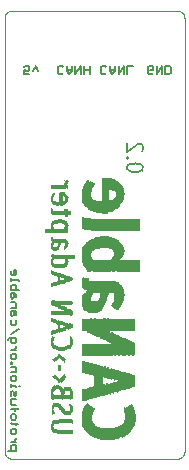
<source format=gbo>
G75*
%MOIN*%
%OFA0B0*%
%FSLAX25Y25*%
%IPPOS*%
%LPD*%
%AMOC8*
5,1,8,0,0,1.08239X$1,22.5*
%
%ADD10C,0.00000*%
%ADD11C,0.00500*%
%ADD12R,0.00286X0.01140*%
%ADD13R,0.00285X0.01140*%
%ADD14R,0.00286X0.02280*%
%ADD15R,0.00286X0.03140*%
%ADD16R,0.00286X0.02570*%
%ADD17R,0.00286X0.01430*%
%ADD18R,0.00286X0.01420*%
%ADD19R,0.00286X0.01710*%
%ADD20R,0.00286X0.00860*%
%ADD21R,0.00286X0.02000*%
%ADD22R,0.00286X0.02860*%
%ADD23R,0.00286X0.03720*%
%ADD24R,0.00286X0.03430*%
%ADD25R,0.00286X0.02570*%
%ADD26R,0.00286X0.01150*%
%ADD27R,0.00286X0.03710*%
%ADD28R,0.00286X0.02290*%
%ADD29R,0.00285X0.03430*%
%ADD30R,0.00285X0.04000*%
%ADD31R,0.00285X0.00290*%
%ADD32R,0.00285X0.00280*%
%ADD33R,0.00285X0.03720*%
%ADD34R,0.00285X0.01430*%
%ADD35R,0.00285X0.01720*%
%ADD36R,0.00285X0.04290*%
%ADD37R,0.00285X0.02000*%
%ADD38R,0.00286X0.01720*%
%ADD39R,0.00286X0.00580*%
%ADD40R,0.00286X0.00280*%
%ADD41R,0.00286X0.01140*%
%ADD42R,0.00286X0.00570*%
%ADD43R,0.00285X0.01420*%
%ADD44R,0.00285X0.01150*%
%ADD45R,0.00286X0.04000*%
%ADD46R,0.00286X0.04290*%
%ADD47R,0.00285X0.02290*%
%ADD48R,0.00285X0.02570*%
%ADD49R,0.00285X0.01140*%
%ADD50R,0.00286X0.04570*%
%ADD51R,0.00285X0.02280*%
%ADD52R,0.00285X0.01710*%
%ADD53R,0.00285X0.04570*%
%ADD54R,0.00286X0.01720*%
%ADD55R,0.00286X0.02850*%
%ADD56R,0.00285X0.03140*%
%ADD57R,0.00285X0.02860*%
%ADD58R,0.00286X0.00570*%
%ADD59R,0.00286X0.00850*%
%ADD60R,0.00286X0.03420*%
%ADD61R,0.00285X0.05430*%
%ADD62R,0.00285X0.03710*%
%ADD63R,0.00285X0.05140*%
%ADD64R,0.00285X0.04860*%
%ADD65R,0.00286X0.06850*%
%ADD66R,0.00286X0.05140*%
%ADD67R,0.00286X0.06570*%
%ADD68R,0.00286X0.06280*%
%ADD69R,0.00286X0.08000*%
%ADD70R,0.00286X0.05710*%
%ADD71R,0.00286X0.07430*%
%ADD72R,0.00286X0.07150*%
%ADD73R,0.00285X0.08860*%
%ADD74R,0.00285X0.06290*%
%ADD75R,0.00285X0.08000*%
%ADD76R,0.00285X0.07710*%
%ADD77R,0.00286X0.09430*%
%ADD78R,0.00286X0.04280*%
%ADD79R,0.00286X0.09150*%
%ADD80R,0.00286X0.08570*%
%ADD81R,0.00286X0.09710*%
%ADD82R,0.00286X0.04570*%
%ADD83R,0.00286X0.11150*%
%ADD84R,0.00286X0.09720*%
%ADD85R,0.00286X0.03720*%
%ADD86R,0.00286X0.09140*%
%ADD87R,0.00286X0.10000*%
%ADD88R,0.00285X0.10000*%
%ADD89R,0.00285X0.04280*%
%ADD90R,0.00285X0.10570*%
%ADD91R,0.00285X0.10290*%
%ADD92R,0.00285X0.09720*%
%ADD93R,0.00286X0.04860*%
%ADD94R,0.00286X0.10570*%
%ADD95R,0.00285X0.03150*%
%ADD96R,0.00286X0.05430*%
%ADD97R,0.00286X0.04580*%
%ADD98R,0.00286X0.11430*%
%ADD99R,0.00286X0.05720*%
%ADD100R,0.00285X0.11430*%
%ADD101R,0.00285X0.05720*%
%ADD102R,0.00286X0.06000*%
%ADD103R,0.00285X0.10860*%
%ADD104R,0.00285X0.06000*%
%ADD105R,0.00286X0.10860*%
%ADD106R,0.00286X0.06290*%
%ADD107R,0.00286X0.10280*%
%ADD108R,0.00286X0.06570*%
%ADD109R,0.00285X0.10280*%
%ADD110R,0.00285X0.06570*%
%ADD111R,0.00285X0.05710*%
%ADD112R,0.00286X0.06860*%
%ADD113R,0.00286X0.11720*%
%ADD114R,0.00285X0.07140*%
%ADD115R,0.00285X0.11720*%
%ADD116R,0.00286X0.07140*%
%ADD117R,0.00285X0.07430*%
%ADD118R,0.00286X0.07720*%
%ADD119R,0.00285X0.03420*%
%ADD120R,0.00286X0.07720*%
%ADD121R,0.00286X0.05150*%
%ADD122R,0.00285X0.07150*%
%ADD123R,0.00285X0.09430*%
%ADD124R,0.00286X0.09420*%
%ADD125R,0.00286X0.08850*%
%ADD126R,0.00285X0.06860*%
%ADD127R,0.00285X0.06570*%
%ADD128R,0.00285X0.08290*%
%ADD129R,0.00286X0.07710*%
%ADD130R,0.00285X0.06280*%
%ADD131R,0.00286X0.05720*%
%ADD132R,0.00285X0.05720*%
%ADD133R,0.00285X0.09140*%
%ADD134R,0.00285X0.03140*%
%ADD135R,0.00286X0.09140*%
%ADD136R,0.00286X0.08860*%
%ADD137R,0.00286X0.04850*%
%ADD138R,0.00285X0.00570*%
%ADD139R,0.00285X0.00570*%
%ADD140R,0.00285X0.00860*%
%ADD141R,0.00286X0.08570*%
%ADD142R,0.00285X0.00850*%
%ADD143R,0.00285X0.02570*%
D10*
X0035095Y0032058D02*
X0035095Y0176433D01*
X0035097Y0176531D01*
X0035103Y0176629D01*
X0035112Y0176727D01*
X0035126Y0176824D01*
X0035143Y0176921D01*
X0035164Y0177017D01*
X0035189Y0177112D01*
X0035217Y0177206D01*
X0035250Y0177298D01*
X0035285Y0177390D01*
X0035325Y0177480D01*
X0035367Y0177568D01*
X0035414Y0177655D01*
X0035463Y0177739D01*
X0035516Y0177822D01*
X0035572Y0177902D01*
X0035632Y0177981D01*
X0035694Y0178057D01*
X0035759Y0178130D01*
X0035827Y0178201D01*
X0035898Y0178269D01*
X0035971Y0178334D01*
X0036047Y0178396D01*
X0036126Y0178456D01*
X0036206Y0178512D01*
X0036289Y0178565D01*
X0036373Y0178614D01*
X0036460Y0178661D01*
X0036548Y0178703D01*
X0036638Y0178743D01*
X0036730Y0178778D01*
X0036822Y0178811D01*
X0036916Y0178839D01*
X0037011Y0178864D01*
X0037107Y0178885D01*
X0037204Y0178902D01*
X0037301Y0178916D01*
X0037399Y0178925D01*
X0037497Y0178931D01*
X0037595Y0178933D01*
X0092595Y0178933D01*
X0092693Y0178931D01*
X0092791Y0178925D01*
X0092889Y0178916D01*
X0092986Y0178902D01*
X0093083Y0178885D01*
X0093179Y0178864D01*
X0093274Y0178839D01*
X0093368Y0178811D01*
X0093460Y0178778D01*
X0093552Y0178743D01*
X0093642Y0178703D01*
X0093730Y0178661D01*
X0093817Y0178614D01*
X0093901Y0178565D01*
X0093984Y0178512D01*
X0094064Y0178456D01*
X0094143Y0178396D01*
X0094219Y0178334D01*
X0094292Y0178269D01*
X0094363Y0178201D01*
X0094431Y0178130D01*
X0094496Y0178057D01*
X0094558Y0177981D01*
X0094618Y0177902D01*
X0094674Y0177822D01*
X0094727Y0177739D01*
X0094776Y0177655D01*
X0094823Y0177568D01*
X0094865Y0177480D01*
X0094905Y0177390D01*
X0094940Y0177298D01*
X0094973Y0177206D01*
X0095001Y0177112D01*
X0095026Y0177017D01*
X0095047Y0176921D01*
X0095064Y0176824D01*
X0095078Y0176727D01*
X0095087Y0176629D01*
X0095093Y0176531D01*
X0095095Y0176433D01*
X0095095Y0032058D01*
X0095093Y0031960D01*
X0095087Y0031862D01*
X0095078Y0031764D01*
X0095064Y0031667D01*
X0095047Y0031570D01*
X0095026Y0031474D01*
X0095001Y0031379D01*
X0094973Y0031285D01*
X0094940Y0031193D01*
X0094905Y0031101D01*
X0094865Y0031011D01*
X0094823Y0030923D01*
X0094776Y0030836D01*
X0094727Y0030752D01*
X0094674Y0030669D01*
X0094618Y0030589D01*
X0094558Y0030510D01*
X0094496Y0030434D01*
X0094431Y0030361D01*
X0094363Y0030290D01*
X0094292Y0030222D01*
X0094219Y0030157D01*
X0094143Y0030095D01*
X0094064Y0030035D01*
X0093984Y0029979D01*
X0093901Y0029926D01*
X0093817Y0029877D01*
X0093730Y0029830D01*
X0093642Y0029788D01*
X0093552Y0029748D01*
X0093460Y0029713D01*
X0093368Y0029680D01*
X0093274Y0029652D01*
X0093179Y0029627D01*
X0093083Y0029606D01*
X0092986Y0029589D01*
X0092889Y0029575D01*
X0092791Y0029566D01*
X0092693Y0029560D01*
X0092595Y0029558D01*
X0037595Y0029558D01*
X0037497Y0029560D01*
X0037399Y0029566D01*
X0037301Y0029575D01*
X0037204Y0029589D01*
X0037107Y0029606D01*
X0037011Y0029627D01*
X0036916Y0029652D01*
X0036822Y0029680D01*
X0036730Y0029713D01*
X0036638Y0029748D01*
X0036548Y0029788D01*
X0036460Y0029830D01*
X0036373Y0029877D01*
X0036289Y0029926D01*
X0036206Y0029979D01*
X0036126Y0030035D01*
X0036047Y0030095D01*
X0035971Y0030157D01*
X0035898Y0030222D01*
X0035827Y0030290D01*
X0035759Y0030361D01*
X0035694Y0030434D01*
X0035632Y0030510D01*
X0035572Y0030589D01*
X0035516Y0030669D01*
X0035463Y0030752D01*
X0035414Y0030836D01*
X0035367Y0030923D01*
X0035325Y0031011D01*
X0035285Y0031101D01*
X0035250Y0031193D01*
X0035217Y0031285D01*
X0035189Y0031379D01*
X0035164Y0031474D01*
X0035143Y0031570D01*
X0035126Y0031667D01*
X0035112Y0031764D01*
X0035103Y0031862D01*
X0035097Y0031960D01*
X0035095Y0032058D01*
D11*
X0036319Y0032308D02*
X0039022Y0032308D01*
X0039022Y0033659D01*
X0038571Y0034110D01*
X0037671Y0034110D01*
X0037220Y0033659D01*
X0037220Y0032308D01*
X0037220Y0035255D02*
X0039022Y0035255D01*
X0039022Y0036155D02*
X0038121Y0035255D01*
X0039022Y0036155D02*
X0039022Y0036606D01*
X0038571Y0037710D02*
X0037671Y0037710D01*
X0037220Y0038160D01*
X0037220Y0039061D01*
X0037671Y0039512D01*
X0038571Y0039512D01*
X0039022Y0039061D01*
X0039022Y0038160D01*
X0038571Y0037710D01*
X0039022Y0040657D02*
X0039022Y0041557D01*
X0039472Y0041107D02*
X0037671Y0041107D01*
X0037220Y0041557D01*
X0037671Y0042621D02*
X0037220Y0043071D01*
X0037220Y0043972D01*
X0037671Y0044422D01*
X0038571Y0044422D01*
X0039022Y0043972D01*
X0039022Y0043071D01*
X0038571Y0042621D01*
X0037671Y0042621D01*
X0038571Y0045567D02*
X0038571Y0046468D01*
X0039472Y0046018D02*
X0037220Y0046018D01*
X0037671Y0047532D02*
X0037220Y0047982D01*
X0037220Y0049333D01*
X0039022Y0049333D01*
X0038571Y0050478D02*
X0039022Y0050929D01*
X0039022Y0052280D01*
X0038121Y0051829D02*
X0038121Y0050929D01*
X0038571Y0050478D01*
X0037220Y0050478D02*
X0037220Y0051829D01*
X0037671Y0052280D01*
X0038121Y0051829D01*
X0039022Y0053425D02*
X0039022Y0053875D01*
X0037220Y0053875D01*
X0037220Y0053425D02*
X0037220Y0054326D01*
X0037671Y0055389D02*
X0037220Y0055840D01*
X0037220Y0056740D01*
X0037671Y0057191D01*
X0038571Y0057191D01*
X0039022Y0056740D01*
X0039022Y0055840D01*
X0038571Y0055389D01*
X0037671Y0055389D01*
X0039922Y0053875D02*
X0040373Y0053875D01*
X0039022Y0058336D02*
X0037220Y0058336D01*
X0037220Y0060137D02*
X0038571Y0060137D01*
X0039022Y0059687D01*
X0039022Y0058336D01*
X0037671Y0061282D02*
X0037671Y0061733D01*
X0037220Y0061733D01*
X0037220Y0061282D01*
X0037671Y0061282D01*
X0037671Y0062755D02*
X0037220Y0063206D01*
X0037220Y0064107D01*
X0037671Y0064557D01*
X0038571Y0064557D01*
X0039022Y0064107D01*
X0039022Y0063206D01*
X0038571Y0062755D01*
X0037671Y0062755D01*
X0038121Y0065702D02*
X0039022Y0066603D01*
X0039022Y0067053D01*
X0038571Y0068157D02*
X0037671Y0068157D01*
X0037220Y0068608D01*
X0037220Y0069959D01*
X0036770Y0069959D02*
X0039022Y0069959D01*
X0039022Y0068608D01*
X0038571Y0068157D01*
X0037220Y0071104D02*
X0039922Y0072905D01*
X0038571Y0074050D02*
X0039022Y0074501D01*
X0039022Y0075852D01*
X0039022Y0077447D02*
X0039022Y0078348D01*
X0038571Y0078798D01*
X0037220Y0078798D01*
X0037220Y0077447D01*
X0037671Y0076997D01*
X0038121Y0077447D01*
X0038121Y0078798D01*
X0039022Y0079943D02*
X0039022Y0081295D01*
X0038571Y0081745D01*
X0037220Y0081745D01*
X0037671Y0082890D02*
X0038121Y0083340D01*
X0038121Y0084691D01*
X0038571Y0084691D02*
X0037220Y0084691D01*
X0037220Y0083340D01*
X0037671Y0082890D01*
X0039022Y0083340D02*
X0039022Y0084241D01*
X0038571Y0084691D01*
X0039022Y0085836D02*
X0039022Y0087188D01*
X0038571Y0087638D01*
X0037671Y0087638D01*
X0037220Y0087188D01*
X0037220Y0085836D01*
X0039922Y0085836D01*
X0039922Y0088783D02*
X0039922Y0089233D01*
X0037220Y0089233D01*
X0037220Y0088783D02*
X0037220Y0089684D01*
X0037671Y0090747D02*
X0038571Y0090747D01*
X0039022Y0091198D01*
X0039022Y0092098D01*
X0038571Y0092549D01*
X0038121Y0092549D01*
X0038121Y0090747D01*
X0037671Y0090747D02*
X0037220Y0091198D01*
X0037220Y0092098D01*
X0037220Y0079943D02*
X0039022Y0079943D01*
X0037220Y0075852D02*
X0037220Y0074501D01*
X0037671Y0074050D01*
X0038571Y0074050D01*
X0036770Y0069959D02*
X0036319Y0069509D01*
X0036319Y0069058D01*
X0037220Y0065702D02*
X0039022Y0065702D01*
X0039022Y0047532D02*
X0037671Y0047532D01*
X0039472Y0046018D02*
X0039922Y0046468D01*
X0041595Y0157856D02*
X0041595Y0159207D01*
X0042496Y0158757D01*
X0042946Y0158757D01*
X0043397Y0159207D01*
X0043397Y0160108D01*
X0042946Y0160558D01*
X0042046Y0160558D01*
X0041595Y0160108D01*
X0041595Y0157856D02*
X0043397Y0157856D01*
X0044542Y0158757D02*
X0045442Y0160558D01*
X0046343Y0158757D01*
X0052845Y0158306D02*
X0052845Y0160108D01*
X0053296Y0160558D01*
X0054196Y0160558D01*
X0054647Y0160108D01*
X0055792Y0160558D02*
X0055792Y0158757D01*
X0056692Y0157856D01*
X0057593Y0158757D01*
X0057593Y0160558D01*
X0058738Y0160558D02*
X0058738Y0157856D01*
X0060540Y0160558D01*
X0060540Y0157856D01*
X0061685Y0157856D02*
X0061685Y0160558D01*
X0061685Y0159207D02*
X0063486Y0159207D01*
X0063486Y0157856D02*
X0063486Y0160558D01*
X0067220Y0160108D02*
X0067220Y0158306D01*
X0067671Y0157856D01*
X0068571Y0157856D01*
X0069022Y0158306D01*
X0070167Y0158757D02*
X0071067Y0157856D01*
X0071968Y0158757D01*
X0071968Y0160558D01*
X0073113Y0160558D02*
X0073113Y0157856D01*
X0074915Y0160558D01*
X0074915Y0157856D01*
X0076060Y0157856D02*
X0076060Y0160558D01*
X0077861Y0160558D01*
X0082845Y0160108D02*
X0082845Y0158306D01*
X0083296Y0157856D01*
X0084196Y0157856D01*
X0084647Y0158306D01*
X0084647Y0159207D02*
X0083746Y0159207D01*
X0084647Y0159207D02*
X0084647Y0160108D01*
X0084196Y0160558D01*
X0083296Y0160558D01*
X0082845Y0160108D01*
X0085792Y0160558D02*
X0085792Y0157856D01*
X0087593Y0160558D01*
X0087593Y0157856D01*
X0088738Y0157856D02*
X0090089Y0157856D01*
X0090540Y0158306D01*
X0090540Y0160108D01*
X0090089Y0160558D01*
X0088738Y0160558D01*
X0088738Y0157856D01*
X0071968Y0159207D02*
X0070167Y0159207D01*
X0070167Y0158757D02*
X0070167Y0160558D01*
X0069022Y0160108D02*
X0068571Y0160558D01*
X0067671Y0160558D01*
X0067220Y0160108D01*
X0057593Y0159207D02*
X0055792Y0159207D01*
X0054647Y0158306D02*
X0054196Y0157856D01*
X0053296Y0157856D01*
X0052845Y0158306D01*
D12*
X0052845Y0120238D03*
X0052559Y0120238D03*
X0051988Y0120238D03*
X0051702Y0120238D03*
X0051131Y0120238D03*
X0050845Y0120238D03*
X0051702Y0117378D03*
X0053131Y0120238D03*
X0053702Y0120238D03*
X0053988Y0120238D03*
X0054559Y0120238D03*
X0054845Y0120238D03*
X0054845Y0117668D03*
X0055131Y0117668D03*
X0055131Y0111378D03*
X0054845Y0111378D03*
X0054559Y0111378D03*
X0053988Y0111378D03*
X0053702Y0111378D03*
X0053131Y0111378D03*
X0052845Y0111378D03*
X0052559Y0111378D03*
X0051988Y0111378D03*
X0051702Y0111378D03*
X0050845Y0105378D03*
X0050559Y0105378D03*
X0049988Y0105378D03*
X0049702Y0105378D03*
X0049131Y0105378D03*
X0048845Y0105378D03*
X0052559Y0105378D03*
X0052845Y0105378D03*
X0053131Y0105378D03*
X0053702Y0105378D03*
X0053988Y0105378D03*
X0054559Y0105378D03*
X0054845Y0105378D03*
X0054845Y0102238D03*
X0054559Y0102238D03*
X0055131Y0102238D03*
X0053131Y0102238D03*
X0052845Y0102238D03*
X0052559Y0102238D03*
X0052559Y0099378D03*
X0051988Y0099378D03*
X0052559Y0093668D03*
X0052845Y0093668D03*
X0053131Y0093668D03*
X0053702Y0093668D03*
X0053988Y0093668D03*
X0054559Y0093668D03*
X0055131Y0093948D03*
X0055131Y0090238D03*
X0055702Y0090238D03*
X0052559Y0087948D03*
X0051988Y0087668D03*
X0051702Y0087668D03*
X0051131Y0087378D03*
X0050845Y0087378D03*
X0051702Y0091378D03*
X0050845Y0091668D03*
X0054845Y0079668D03*
X0055131Y0079668D03*
X0057988Y0078238D03*
X0055702Y0074238D03*
X0057702Y0073668D03*
X0057988Y0073668D03*
X0055131Y0066238D03*
X0054845Y0066238D03*
X0054559Y0066238D03*
X0053988Y0066238D03*
X0053702Y0066238D03*
X0053131Y0066238D03*
X0051702Y0069378D03*
X0051988Y0075378D03*
X0051131Y0075668D03*
X0052559Y0053378D03*
X0052845Y0053378D03*
X0053131Y0053378D03*
X0051988Y0047378D03*
X0052559Y0041948D03*
X0052845Y0041948D03*
X0053131Y0041948D03*
X0057988Y0041948D03*
X0064845Y0045948D03*
X0057131Y0111378D03*
X0056845Y0111378D03*
X0056559Y0111378D03*
X0081131Y0125948D03*
D13*
X0076274Y0129948D03*
X0056274Y0120238D03*
X0054274Y0120238D03*
X0053417Y0120238D03*
X0052274Y0120238D03*
X0051417Y0120238D03*
X0052274Y0111378D03*
X0053417Y0111378D03*
X0054274Y0111378D03*
X0054274Y0105378D03*
X0053417Y0105378D03*
X0050274Y0105378D03*
X0049417Y0105378D03*
X0052274Y0099378D03*
X0053417Y0093668D03*
X0054274Y0093668D03*
X0055417Y0090238D03*
X0054274Y0079948D03*
X0052274Y0075378D03*
X0051417Y0075668D03*
X0052274Y0071948D03*
X0051417Y0071668D03*
X0053417Y0066238D03*
X0054274Y0066238D03*
X0055417Y0066238D03*
X0055417Y0062238D03*
X0053417Y0053378D03*
X0053417Y0041948D03*
X0056274Y0105378D03*
D14*
X0055988Y0089378D03*
X0071702Y0080808D03*
X0050845Y0040238D03*
D15*
X0051131Y0040378D03*
X0050845Y0051238D03*
X0061131Y0117238D03*
X0075988Y0133238D03*
D16*
X0051131Y0100383D03*
X0061131Y0082093D03*
X0050845Y0068383D03*
X0064559Y0045523D03*
D17*
X0057702Y0042093D03*
X0057131Y0042093D03*
X0056845Y0042093D03*
X0056559Y0042093D03*
X0055988Y0042093D03*
X0055702Y0042093D03*
X0055131Y0042093D03*
X0054845Y0042093D03*
X0054559Y0042093D03*
X0053988Y0042093D03*
X0053702Y0042093D03*
X0055988Y0044663D03*
X0056559Y0044663D03*
X0057131Y0047233D03*
X0056845Y0050093D03*
X0056559Y0050093D03*
X0055988Y0050093D03*
X0055702Y0050093D03*
X0055131Y0050093D03*
X0053988Y0050093D03*
X0053702Y0050093D03*
X0053131Y0050093D03*
X0052845Y0050093D03*
X0052559Y0050093D03*
X0051988Y0050093D03*
X0052559Y0047523D03*
X0052845Y0047523D03*
X0053131Y0047523D03*
X0053702Y0053233D03*
X0053702Y0055523D03*
X0052845Y0056093D03*
X0052559Y0056383D03*
X0051988Y0056953D03*
X0051988Y0062383D03*
X0052559Y0062953D03*
X0052845Y0063233D03*
X0053131Y0063523D03*
X0053988Y0063523D03*
X0054559Y0062953D03*
X0054845Y0062663D03*
X0055131Y0062383D03*
X0055702Y0066383D03*
X0055988Y0066383D03*
X0056559Y0066663D03*
X0056845Y0066953D03*
X0052845Y0066383D03*
X0052559Y0066383D03*
X0051988Y0066663D03*
X0051131Y0071523D03*
X0050845Y0071523D03*
X0052559Y0072093D03*
X0052845Y0072093D03*
X0052845Y0074953D03*
X0052559Y0075233D03*
X0051702Y0075523D03*
X0051702Y0078093D03*
X0051988Y0078093D03*
X0052559Y0078093D03*
X0052845Y0078093D03*
X0053131Y0078093D03*
X0053702Y0078093D03*
X0053988Y0078093D03*
X0054559Y0078093D03*
X0054845Y0078093D03*
X0055131Y0078093D03*
X0054559Y0074663D03*
X0051131Y0078093D03*
X0050845Y0078093D03*
X0050845Y0081523D03*
X0051131Y0081523D03*
X0054559Y0081523D03*
X0054845Y0081523D03*
X0055131Y0081523D03*
X0055702Y0081523D03*
X0055988Y0081523D03*
X0056559Y0081523D03*
X0056845Y0081523D03*
X0057131Y0081523D03*
X0057702Y0081523D03*
X0053988Y0088383D03*
X0052845Y0088093D03*
X0053988Y0090663D03*
X0052845Y0090953D03*
X0051988Y0091233D03*
X0051131Y0091523D03*
X0051702Y0094093D03*
X0051988Y0096663D03*
X0051702Y0099523D03*
X0051988Y0102093D03*
X0051131Y0102663D03*
X0050845Y0102953D03*
X0051988Y0105523D03*
X0051702Y0108093D03*
X0051988Y0108383D03*
X0053131Y0108663D03*
X0053702Y0108663D03*
X0053988Y0108663D03*
X0055131Y0108383D03*
X0055131Y0105523D03*
X0054845Y0114663D03*
X0051702Y0114953D03*
X0055131Y0120383D03*
X0057131Y0089523D03*
X0057702Y0089523D03*
X0056559Y0052953D03*
X0056845Y0052663D03*
X0055988Y0052953D03*
X0051988Y0038953D03*
X0052559Y0038663D03*
X0081702Y0133233D03*
D18*
X0054845Y0093808D03*
X0051988Y0093808D03*
X0052845Y0099808D03*
X0054559Y0079808D03*
X0050845Y0075808D03*
X0051702Y0071808D03*
X0051988Y0071808D03*
X0053702Y0063808D03*
X0053988Y0055808D03*
X0053131Y0055808D03*
X0051988Y0041808D03*
D19*
X0051702Y0039093D03*
X0051702Y0047093D03*
X0051988Y0053093D03*
X0054845Y0056523D03*
X0051702Y0067093D03*
X0056845Y0073663D03*
X0057131Y0073663D03*
X0050845Y0095093D03*
X0051702Y0101953D03*
X0051702Y0105663D03*
X0057131Y0045093D03*
D20*
X0051702Y0056948D03*
X0051702Y0062378D03*
X0071131Y0080378D03*
X0075131Y0098668D03*
X0075131Y0117808D03*
X0076559Y0125808D03*
X0076559Y0129808D03*
X0075988Y0129808D03*
X0076845Y0132378D03*
X0077131Y0132378D03*
X0077702Y0132948D03*
X0077988Y0133238D03*
X0078845Y0133808D03*
X0079702Y0134378D03*
X0079988Y0134378D03*
X0080559Y0134378D03*
X0080845Y0134378D03*
X0081131Y0127238D03*
X0081702Y0126668D03*
X0079988Y0125238D03*
X0050845Y0097238D03*
D21*
X0051702Y0096668D03*
X0053131Y0100098D03*
X0053988Y0101808D03*
X0050845Y0100378D03*
X0050845Y0107238D03*
X0050845Y0112098D03*
X0050845Y0116098D03*
X0064559Y0120668D03*
X0056559Y0089518D03*
X0061131Y0088098D03*
X0057131Y0078378D03*
X0056845Y0078378D03*
X0056559Y0073518D03*
X0052559Y0081238D03*
X0051702Y0052668D03*
X0053988Y0052668D03*
X0053702Y0046948D03*
X0053988Y0046668D03*
X0054845Y0045518D03*
X0055131Y0045238D03*
X0057988Y0046098D03*
D22*
X0057702Y0046238D03*
X0051131Y0045948D03*
X0053988Y0080808D03*
X0053702Y0101378D03*
X0055702Y0111378D03*
X0055988Y0111378D03*
X0055988Y0116238D03*
X0051131Y0116238D03*
X0074845Y0098808D03*
D23*
X0066559Y0080378D03*
X0068559Y0058378D03*
X0068845Y0058378D03*
X0071702Y0053238D03*
X0068559Y0052378D03*
X0054559Y0051238D03*
X0051131Y0051238D03*
X0070559Y0121238D03*
X0070845Y0121238D03*
D24*
X0071131Y0121093D03*
X0061131Y0097383D03*
X0055702Y0101093D03*
X0055702Y0116233D03*
X0057702Y0068523D03*
X0051131Y0068523D03*
X0054845Y0051093D03*
X0057702Y0051093D03*
X0068845Y0052523D03*
X0070845Y0053093D03*
X0071131Y0053093D03*
X0071988Y0053383D03*
X0072559Y0053383D03*
X0072559Y0057383D03*
X0072845Y0057383D03*
X0071702Y0057663D03*
X0071131Y0057663D03*
X0070559Y0057953D03*
X0069131Y0058233D03*
X0070559Y0069953D03*
D25*
X0057988Y0050663D03*
X0055988Y0078663D03*
X0055702Y0078663D03*
X0053702Y0080953D03*
X0051131Y0094953D03*
X0055702Y0120953D03*
D26*
X0053131Y0114523D03*
X0052845Y0114523D03*
X0052559Y0114523D03*
X0052559Y0108523D03*
X0052845Y0108523D03*
X0054559Y0108523D03*
X0054845Y0108523D03*
X0051131Y0097093D03*
X0052559Y0091093D03*
X0054559Y0090523D03*
X0054845Y0090523D03*
X0054845Y0088523D03*
X0054559Y0088523D03*
X0055131Y0088523D03*
X0055131Y0074523D03*
X0054845Y0074523D03*
X0054559Y0072523D03*
X0053988Y0072523D03*
X0051702Y0045093D03*
X0052845Y0038523D03*
X0053131Y0038523D03*
X0053702Y0038523D03*
X0053988Y0038523D03*
X0054559Y0038523D03*
X0054845Y0038523D03*
X0055131Y0038523D03*
X0055702Y0038523D03*
X0055988Y0038523D03*
X0056559Y0038523D03*
X0056845Y0038523D03*
X0057131Y0038523D03*
X0057702Y0038523D03*
X0057988Y0038523D03*
X0075988Y0126523D03*
D27*
X0071702Y0120953D03*
X0071988Y0120663D03*
X0066559Y0113523D03*
X0065988Y0113523D03*
X0064559Y0107523D03*
X0061702Y0108093D03*
X0055988Y0106663D03*
X0051131Y0106663D03*
X0055702Y0095523D03*
X0055988Y0095523D03*
X0053702Y0089523D03*
X0061702Y0088093D03*
X0065702Y0086953D03*
X0065988Y0086953D03*
X0066559Y0086953D03*
X0066845Y0086953D03*
X0067131Y0086953D03*
X0070559Y0086953D03*
X0070845Y0086953D03*
X0071131Y0086953D03*
X0071988Y0081523D03*
X0065988Y0080093D03*
X0065702Y0080093D03*
X0065131Y0080093D03*
X0064845Y0080093D03*
X0064559Y0080093D03*
X0057131Y0068093D03*
X0053702Y0073523D03*
X0069702Y0058093D03*
X0069988Y0058093D03*
X0071988Y0057523D03*
X0072845Y0053523D03*
X0070559Y0052953D03*
X0069702Y0052663D03*
X0069131Y0052663D03*
X0078559Y0074093D03*
X0066845Y0101523D03*
D28*
X0056559Y0078523D03*
X0053131Y0081093D03*
X0052845Y0081093D03*
X0055988Y0073663D03*
X0057988Y0068523D03*
X0053988Y0059663D03*
X0053702Y0059663D03*
X0054559Y0045953D03*
X0051131Y0111953D03*
D29*
X0051417Y0116233D03*
X0053417Y0101093D03*
X0061417Y0088233D03*
X0068274Y0058523D03*
X0069417Y0058233D03*
X0070274Y0057953D03*
X0071417Y0057663D03*
X0072274Y0057383D03*
X0072274Y0053383D03*
X0071417Y0053093D03*
X0057417Y0046233D03*
X0051417Y0045953D03*
X0051417Y0040233D03*
D30*
X0051417Y0051378D03*
X0054274Y0051378D03*
X0062274Y0059948D03*
X0063417Y0059668D03*
X0064274Y0059378D03*
X0064274Y0065948D03*
X0063417Y0065948D03*
X0062274Y0065948D03*
X0061417Y0065948D03*
X0065417Y0065948D03*
X0066274Y0065948D03*
X0067417Y0065948D03*
X0068274Y0065948D03*
X0069417Y0065948D03*
X0070274Y0065948D03*
X0078274Y0055378D03*
X0070274Y0037668D03*
X0069417Y0037668D03*
X0067417Y0037948D03*
X0066274Y0038238D03*
X0053417Y0073668D03*
X0053417Y0089378D03*
X0051417Y0101098D03*
X0051417Y0106808D03*
X0062274Y0107948D03*
X0063417Y0107668D03*
X0065417Y0107378D03*
X0066274Y0107378D03*
X0067417Y0107378D03*
X0068274Y0107378D03*
X0069417Y0107378D03*
X0070274Y0107378D03*
X0071417Y0107378D03*
X0072274Y0107378D03*
X0073417Y0107378D03*
X0074274Y0107378D03*
X0075417Y0107378D03*
X0076274Y0107378D03*
X0077417Y0107378D03*
X0078274Y0107378D03*
X0079417Y0107378D03*
X0080274Y0107378D03*
X0080274Y0093948D03*
X0079417Y0093948D03*
X0078274Y0093948D03*
X0077417Y0093948D03*
X0076274Y0093948D03*
X0075417Y0093948D03*
X0074274Y0093948D03*
X0070274Y0093948D03*
X0069417Y0093948D03*
X0068274Y0093948D03*
X0067417Y0093948D03*
X0066274Y0093948D03*
X0065417Y0093948D03*
X0062274Y0087948D03*
X0065417Y0086808D03*
X0064274Y0080238D03*
X0065417Y0101098D03*
X0066274Y0101378D03*
X0067417Y0101668D03*
X0068274Y0101668D03*
X0069417Y0101668D03*
X0067417Y0113378D03*
X0065417Y0113668D03*
X0070274Y0113668D03*
X0071417Y0113948D03*
X0072274Y0120518D03*
D31*
X0055417Y0122093D03*
X0051417Y0056953D03*
D32*
X0051417Y0062378D03*
D33*
X0051417Y0068378D03*
X0057417Y0068378D03*
X0057417Y0051238D03*
X0068274Y0052378D03*
X0070274Y0121238D03*
D34*
X0055417Y0117523D03*
X0055417Y0114953D03*
X0052274Y0114663D03*
X0053417Y0108663D03*
X0054274Y0108663D03*
X0055417Y0108093D03*
X0052274Y0105523D03*
X0052274Y0102093D03*
X0054274Y0102093D03*
X0055417Y0102093D03*
X0055417Y0096663D03*
X0055417Y0094093D03*
X0057417Y0089523D03*
X0054274Y0088383D03*
X0051417Y0087523D03*
X0052274Y0091233D03*
X0051417Y0091523D03*
X0052274Y0096663D03*
X0054274Y0081523D03*
X0055417Y0081523D03*
X0056274Y0081523D03*
X0057417Y0081523D03*
X0054274Y0078093D03*
X0053417Y0078093D03*
X0052274Y0078093D03*
X0051417Y0078093D03*
X0057417Y0073523D03*
X0056274Y0066663D03*
X0054274Y0063233D03*
X0052274Y0062663D03*
X0052274Y0066663D03*
X0052274Y0056663D03*
X0053417Y0055523D03*
X0052274Y0053233D03*
X0052274Y0050093D03*
X0053417Y0050093D03*
X0052274Y0047523D03*
X0053417Y0047233D03*
X0055417Y0044953D03*
X0056274Y0044663D03*
X0056274Y0042093D03*
X0055417Y0042093D03*
X0054274Y0042093D03*
X0052274Y0038663D03*
X0057417Y0042093D03*
X0056274Y0050093D03*
X0055417Y0050093D03*
X0056274Y0052953D03*
X0055417Y0056953D03*
X0071417Y0080663D03*
D35*
X0057417Y0078238D03*
X0051417Y0081378D03*
D36*
X0051417Y0095523D03*
X0061417Y0082093D03*
X0062274Y0074093D03*
X0071417Y0074093D03*
X0072274Y0074093D03*
X0073417Y0074093D03*
X0074274Y0074093D03*
X0075417Y0074093D03*
X0076274Y0074093D03*
X0077417Y0074093D03*
X0078274Y0074093D03*
X0064274Y0051523D03*
X0062274Y0050953D03*
X0061417Y0050663D03*
X0061417Y0060093D03*
X0065417Y0038663D03*
X0072274Y0038093D03*
X0074274Y0038663D03*
X0070274Y0101523D03*
X0072274Y0114663D03*
D37*
X0076274Y0126668D03*
X0056274Y0107238D03*
X0051417Y0111808D03*
X0056274Y0089518D03*
X0052274Y0081238D03*
D38*
X0051988Y0081378D03*
X0051702Y0081378D03*
X0056845Y0089378D03*
X0057702Y0078238D03*
X0054559Y0056238D03*
X0055131Y0052238D03*
X0051702Y0050238D03*
X0051702Y0041378D03*
D39*
X0051988Y0044808D03*
X0055702Y0056808D03*
D40*
X0055702Y0062378D03*
X0051988Y0069808D03*
X0056559Y0095238D03*
X0056559Y0101238D03*
X0056559Y0107238D03*
X0056559Y0116378D03*
X0056559Y0121808D03*
X0080845Y0131808D03*
X0070845Y0080378D03*
D41*
X0058559Y0096808D03*
X0057988Y0096808D03*
X0057702Y0096808D03*
X0057131Y0096808D03*
X0056845Y0096808D03*
X0056559Y0096808D03*
X0055131Y0096808D03*
X0054845Y0096808D03*
X0054559Y0096808D03*
X0053988Y0096808D03*
X0053702Y0096808D03*
X0053131Y0096808D03*
X0052845Y0096808D03*
X0052559Y0096808D03*
X0055702Y0088808D03*
X0053988Y0074808D03*
X0054845Y0072808D03*
X0055131Y0072808D03*
X0055702Y0072808D03*
X0055702Y0052808D03*
X0055702Y0044808D03*
X0056845Y0044808D03*
X0055131Y0114808D03*
X0051988Y0114808D03*
X0064845Y0120808D03*
D42*
X0076845Y0127663D03*
X0077131Y0127663D03*
X0077702Y0127953D03*
X0077988Y0127953D03*
X0078559Y0127953D03*
X0079131Y0127953D03*
X0079702Y0127953D03*
X0079988Y0127953D03*
X0080559Y0127663D03*
X0080845Y0125663D03*
X0055131Y0099663D03*
X0051988Y0117663D03*
X0075131Y0045953D03*
D43*
X0053417Y0063808D03*
X0052274Y0041808D03*
X0052274Y0087808D03*
X0052274Y0093808D03*
X0055417Y0099808D03*
X0056274Y0121808D03*
D44*
X0053417Y0114523D03*
X0052274Y0108523D03*
X0054274Y0090523D03*
X0055417Y0074523D03*
X0054274Y0072523D03*
X0054274Y0038523D03*
X0053417Y0038523D03*
X0055417Y0038523D03*
X0056274Y0038523D03*
X0057417Y0038523D03*
D45*
X0057131Y0051378D03*
X0061702Y0050808D03*
X0062845Y0051098D03*
X0063702Y0051378D03*
X0063988Y0051378D03*
X0064845Y0051668D03*
X0064559Y0059378D03*
X0063131Y0059668D03*
X0063131Y0065948D03*
X0062845Y0065948D03*
X0062559Y0065948D03*
X0061988Y0065948D03*
X0061702Y0065948D03*
X0063702Y0065948D03*
X0063988Y0065948D03*
X0064559Y0065948D03*
X0064845Y0065948D03*
X0065131Y0065948D03*
X0065702Y0065948D03*
X0065988Y0065948D03*
X0066559Y0065948D03*
X0066845Y0065948D03*
X0067131Y0065948D03*
X0067702Y0065948D03*
X0067988Y0065948D03*
X0068559Y0065948D03*
X0068845Y0065948D03*
X0069131Y0065948D03*
X0069702Y0065948D03*
X0069988Y0065948D03*
X0070559Y0065948D03*
X0078559Y0055378D03*
X0073131Y0038238D03*
X0071988Y0037948D03*
X0071702Y0037948D03*
X0070559Y0037668D03*
X0069988Y0037668D03*
X0069702Y0037668D03*
X0069131Y0037668D03*
X0068845Y0037668D03*
X0067988Y0037948D03*
X0067702Y0037948D03*
X0067131Y0037948D03*
X0066559Y0038238D03*
X0053131Y0073668D03*
X0061702Y0074238D03*
X0065131Y0086808D03*
X0062559Y0087668D03*
X0061988Y0087948D03*
X0064845Y0093948D03*
X0065131Y0093948D03*
X0065702Y0093948D03*
X0065988Y0093948D03*
X0066559Y0093948D03*
X0066845Y0093948D03*
X0067131Y0093948D03*
X0067702Y0093948D03*
X0067988Y0093948D03*
X0068559Y0093948D03*
X0068845Y0093948D03*
X0069131Y0093948D03*
X0069702Y0093948D03*
X0069988Y0093948D03*
X0070559Y0093948D03*
X0073988Y0093948D03*
X0074559Y0093948D03*
X0074845Y0093948D03*
X0075131Y0093948D03*
X0075702Y0093948D03*
X0075988Y0093948D03*
X0076559Y0093948D03*
X0076845Y0093948D03*
X0077131Y0093948D03*
X0077702Y0093948D03*
X0077988Y0093948D03*
X0078559Y0093948D03*
X0078845Y0093948D03*
X0079131Y0093948D03*
X0079702Y0093948D03*
X0079988Y0093948D03*
X0074559Y0098808D03*
X0070845Y0101378D03*
X0070559Y0101378D03*
X0069988Y0101668D03*
X0069702Y0101668D03*
X0069131Y0101668D03*
X0068845Y0101668D03*
X0068559Y0101668D03*
X0067988Y0101668D03*
X0067702Y0101668D03*
X0067131Y0101668D03*
X0066559Y0101378D03*
X0065988Y0101378D03*
X0065702Y0101378D03*
X0065131Y0101098D03*
X0065131Y0107378D03*
X0064845Y0107378D03*
X0065702Y0107378D03*
X0065988Y0107378D03*
X0066559Y0107378D03*
X0066845Y0107378D03*
X0067131Y0107378D03*
X0067702Y0107378D03*
X0067988Y0107378D03*
X0068559Y0107378D03*
X0068845Y0107378D03*
X0069131Y0107378D03*
X0069702Y0107378D03*
X0069988Y0107378D03*
X0070559Y0107378D03*
X0070845Y0107378D03*
X0071131Y0107378D03*
X0071702Y0107378D03*
X0071988Y0107378D03*
X0072559Y0107378D03*
X0072845Y0107378D03*
X0073131Y0107378D03*
X0073702Y0107378D03*
X0073988Y0107378D03*
X0074559Y0107378D03*
X0074845Y0107378D03*
X0075131Y0107378D03*
X0075702Y0107378D03*
X0075988Y0107378D03*
X0076559Y0107378D03*
X0076845Y0107378D03*
X0077131Y0107378D03*
X0077702Y0107378D03*
X0077988Y0107378D03*
X0078559Y0107378D03*
X0078845Y0107378D03*
X0079131Y0107378D03*
X0079702Y0107378D03*
X0079988Y0107378D03*
X0074845Y0117668D03*
X0071702Y0114238D03*
X0071131Y0113948D03*
X0070559Y0113668D03*
X0067702Y0113378D03*
X0067131Y0113378D03*
X0066845Y0113378D03*
X0065702Y0113668D03*
X0065131Y0113948D03*
X0064845Y0113948D03*
X0063988Y0107668D03*
X0063702Y0107668D03*
X0063131Y0107668D03*
X0062559Y0107948D03*
X0061988Y0107948D03*
X0055702Y0106808D03*
X0074845Y0084238D03*
D46*
X0071702Y0086663D03*
X0070845Y0094093D03*
X0064559Y0094093D03*
X0064845Y0086663D03*
X0062559Y0074093D03*
X0061988Y0074093D03*
X0070559Y0074093D03*
X0070845Y0074093D03*
X0071131Y0074093D03*
X0071702Y0074093D03*
X0071988Y0074093D03*
X0072559Y0074093D03*
X0072845Y0074093D03*
X0073131Y0074093D03*
X0073702Y0074093D03*
X0073988Y0074093D03*
X0074559Y0074093D03*
X0074845Y0074093D03*
X0075131Y0074093D03*
X0075702Y0074093D03*
X0075988Y0074093D03*
X0076559Y0074093D03*
X0076845Y0074093D03*
X0077131Y0074093D03*
X0077702Y0074093D03*
X0077988Y0074093D03*
X0078559Y0066093D03*
X0077988Y0055523D03*
X0073988Y0038663D03*
X0072845Y0038093D03*
X0072559Y0038093D03*
X0066845Y0038093D03*
X0062559Y0050953D03*
X0061988Y0050953D03*
X0064559Y0051523D03*
X0063988Y0059523D03*
X0063702Y0059523D03*
X0061988Y0060093D03*
X0061702Y0060093D03*
X0053131Y0089523D03*
X0064559Y0100663D03*
X0064845Y0100953D03*
X0064559Y0114093D03*
X0053702Y0116093D03*
D47*
X0055417Y0111663D03*
X0056274Y0101093D03*
X0056274Y0078523D03*
X0056274Y0073663D03*
X0053417Y0059663D03*
D48*
X0055417Y0078663D03*
X0053417Y0080953D03*
D49*
X0054274Y0074808D03*
X0055417Y0072808D03*
X0055417Y0088808D03*
X0054274Y0096808D03*
X0053417Y0096808D03*
X0057417Y0096808D03*
X0058274Y0096808D03*
X0055417Y0052808D03*
D50*
X0064845Y0039093D03*
X0074845Y0039093D03*
X0077702Y0055383D03*
X0077988Y0066233D03*
X0069988Y0086523D03*
X0064559Y0086523D03*
X0071131Y0094233D03*
X0054559Y0116233D03*
X0053988Y0116233D03*
D51*
X0056274Y0116238D03*
X0054274Y0046238D03*
D52*
X0054274Y0055953D03*
X0075417Y0045663D03*
X0055417Y0105663D03*
X0055417Y0120523D03*
X0081417Y0126523D03*
D53*
X0064274Y0114523D03*
X0054274Y0116233D03*
X0078274Y0066233D03*
X0077417Y0055383D03*
D54*
X0055131Y0056808D03*
D55*
X0078845Y0043093D03*
X0055988Y0101093D03*
X0055988Y0121093D03*
D56*
X0056274Y0095808D03*
D57*
X0056274Y0111378D03*
D58*
X0065131Y0121093D03*
X0077131Y0125383D03*
X0077702Y0125093D03*
X0077988Y0125093D03*
X0078559Y0125093D03*
X0078845Y0125093D03*
X0079131Y0125093D03*
X0079702Y0125093D03*
X0080559Y0125383D03*
X0076559Y0127383D03*
X0065131Y0046233D03*
X0056845Y0047383D03*
D59*
X0057988Y0081523D03*
X0057988Y0089523D03*
X0075131Y0084093D03*
X0076845Y0125523D03*
X0078845Y0128093D03*
X0080845Y0127523D03*
X0081131Y0132093D03*
X0081131Y0134093D03*
X0079131Y0134093D03*
X0078559Y0133523D03*
X0076559Y0132093D03*
D60*
X0069988Y0052808D03*
X0061131Y0042808D03*
D61*
X0061417Y0042953D03*
X0076274Y0066663D03*
D62*
X0069417Y0052663D03*
X0061417Y0074093D03*
X0065417Y0080093D03*
X0066274Y0080093D03*
X0066274Y0086953D03*
X0067417Y0086953D03*
X0070274Y0086953D03*
X0071417Y0086953D03*
X0064274Y0107523D03*
X0061417Y0108093D03*
X0066274Y0113523D03*
X0071417Y0120953D03*
D63*
X0061417Y0097378D03*
X0064274Y0086238D03*
X0064274Y0073668D03*
X0076274Y0055378D03*
X0075417Y0039668D03*
D64*
X0077417Y0066378D03*
X0063417Y0073808D03*
X0064274Y0094378D03*
X0064274Y0100378D03*
X0071417Y0094378D03*
X0074274Y0098948D03*
X0061417Y0117238D03*
D65*
X0061702Y0043093D03*
D66*
X0064559Y0039378D03*
X0076559Y0055378D03*
X0076845Y0055378D03*
X0063988Y0073668D03*
X0061702Y0081948D03*
X0069702Y0086238D03*
X0071988Y0086238D03*
X0074559Y0117668D03*
D67*
X0061702Y0097233D03*
X0069131Y0085523D03*
X0062559Y0082093D03*
X0073702Y0067233D03*
X0073988Y0055523D03*
D68*
X0074559Y0055378D03*
X0074845Y0055378D03*
X0061702Y0117378D03*
D69*
X0068559Y0084808D03*
X0073702Y0083948D03*
X0077988Y0043378D03*
X0061988Y0043098D03*
D70*
X0061988Y0081953D03*
D71*
X0068845Y0085093D03*
X0073988Y0083953D03*
X0069131Y0072523D03*
X0071702Y0067663D03*
X0061988Y0097093D03*
D72*
X0061988Y0117523D03*
X0071988Y0067523D03*
X0073131Y0055523D03*
D73*
X0077417Y0043238D03*
X0062274Y0043238D03*
X0073417Y0083808D03*
X0068274Y0084378D03*
D74*
X0062274Y0081953D03*
X0074274Y0067093D03*
X0074274Y0117663D03*
D75*
X0062274Y0097098D03*
X0070274Y0072238D03*
D76*
X0062274Y0117523D03*
D77*
X0063131Y0117523D03*
X0063702Y0117233D03*
X0072559Y0117523D03*
X0072845Y0117523D03*
X0067988Y0084093D03*
X0062559Y0043233D03*
X0075988Y0042093D03*
D78*
X0073702Y0038378D03*
X0071131Y0037808D03*
X0070845Y0037808D03*
X0068559Y0037808D03*
X0065988Y0038378D03*
X0065702Y0038378D03*
X0063131Y0051238D03*
X0064845Y0059238D03*
X0062845Y0059808D03*
X0062559Y0059808D03*
X0071131Y0101238D03*
X0071988Y0114378D03*
D79*
X0062559Y0097093D03*
X0076559Y0042523D03*
D80*
X0062559Y0117663D03*
D81*
X0063988Y0117093D03*
X0067702Y0083953D03*
X0062845Y0043093D03*
D82*
X0062845Y0073953D03*
X0063131Y0073953D03*
D83*
X0063131Y0084093D03*
X0062845Y0084093D03*
X0071988Y0097523D03*
X0065988Y0055523D03*
D84*
X0063131Y0042808D03*
X0062845Y0096808D03*
D85*
X0062845Y0107808D03*
X0070845Y0113808D03*
X0070845Y0057808D03*
D86*
X0075702Y0041948D03*
X0073131Y0083668D03*
X0062845Y0117668D03*
D87*
X0063131Y0096948D03*
X0073702Y0096948D03*
X0067988Y0055518D03*
X0063702Y0042378D03*
X0063988Y0042098D03*
D88*
X0064274Y0042098D03*
X0063417Y0042668D03*
D89*
X0068274Y0037808D03*
X0071417Y0037808D03*
X0073417Y0038378D03*
X0063417Y0051238D03*
X0071417Y0101238D03*
D90*
X0063417Y0083523D03*
D91*
X0063417Y0097093D03*
X0073417Y0097093D03*
D92*
X0063417Y0117378D03*
D93*
X0067131Y0081238D03*
X0063702Y0073808D03*
X0077131Y0066378D03*
X0077702Y0066378D03*
X0075131Y0039238D03*
D94*
X0066845Y0055523D03*
X0063988Y0083523D03*
X0063702Y0083523D03*
X0063702Y0097233D03*
X0063988Y0097233D03*
X0072845Y0097233D03*
X0073131Y0097233D03*
D95*
X0064274Y0120093D03*
D96*
X0073988Y0098953D03*
X0074559Y0084093D03*
X0064845Y0073523D03*
X0064559Y0073523D03*
X0075988Y0066663D03*
X0075988Y0055523D03*
X0078559Y0043233D03*
D97*
X0074559Y0038808D03*
X0065131Y0038808D03*
X0066845Y0080808D03*
X0071702Y0100808D03*
D98*
X0069988Y0117383D03*
X0065702Y0055383D03*
X0065131Y0055383D03*
D99*
X0075702Y0055378D03*
X0065702Y0073378D03*
X0065131Y0073378D03*
D100*
X0065417Y0055383D03*
D101*
X0075417Y0055378D03*
X0065417Y0073378D03*
D102*
X0065988Y0073238D03*
X0074559Y0066948D03*
X0074845Y0066948D03*
X0075131Y0055518D03*
D103*
X0066274Y0055378D03*
X0072274Y0097378D03*
D104*
X0069417Y0085808D03*
X0066274Y0073238D03*
D105*
X0066559Y0055378D03*
X0072559Y0097378D03*
D106*
X0066845Y0073093D03*
X0066559Y0073093D03*
X0073988Y0067093D03*
D107*
X0067702Y0055378D03*
X0067131Y0055378D03*
D108*
X0067131Y0072953D03*
D109*
X0067417Y0055378D03*
D110*
X0067417Y0072953D03*
D111*
X0067417Y0081663D03*
D112*
X0067702Y0072808D03*
X0067988Y0072808D03*
X0072559Y0067378D03*
X0072845Y0067378D03*
X0073131Y0067378D03*
X0073702Y0055378D03*
X0073988Y0117668D03*
D113*
X0069702Y0117238D03*
X0069131Y0117238D03*
X0068845Y0117238D03*
X0068559Y0117238D03*
X0067988Y0117238D03*
D114*
X0068274Y0072668D03*
D115*
X0068274Y0117238D03*
X0069417Y0117238D03*
D116*
X0068845Y0072668D03*
X0068559Y0072668D03*
D117*
X0069417Y0072523D03*
X0071417Y0067663D03*
D118*
X0069988Y0072378D03*
X0069702Y0072378D03*
D119*
X0070274Y0052808D03*
D120*
X0070845Y0067808D03*
X0071131Y0067808D03*
D121*
X0076559Y0066523D03*
X0076845Y0066523D03*
X0071702Y0094523D03*
D122*
X0072274Y0067523D03*
D123*
X0072274Y0084093D03*
D124*
X0072559Y0083808D03*
X0072845Y0083808D03*
D125*
X0073131Y0117523D03*
D126*
X0073417Y0055378D03*
X0078274Y0043378D03*
D127*
X0073417Y0067233D03*
X0074274Y0084093D03*
D128*
X0073417Y0117523D03*
D129*
X0073702Y0117523D03*
D130*
X0074274Y0055378D03*
D131*
X0075131Y0066808D03*
X0075702Y0066808D03*
D132*
X0075417Y0066808D03*
D133*
X0076274Y0042238D03*
D134*
X0076274Y0133238D03*
D135*
X0076845Y0042808D03*
D136*
X0077131Y0042948D03*
D137*
X0077131Y0055523D03*
D138*
X0078274Y0125093D03*
X0077417Y0125383D03*
X0079417Y0125093D03*
X0080274Y0125383D03*
X0078274Y0133383D03*
D139*
X0078274Y0127953D03*
X0077417Y0127953D03*
X0079417Y0127953D03*
D140*
X0080274Y0127808D03*
X0077417Y0132668D03*
X0080274Y0134378D03*
D141*
X0077702Y0043383D03*
D142*
X0079417Y0134093D03*
D143*
X0081417Y0133233D03*
M02*

</source>
